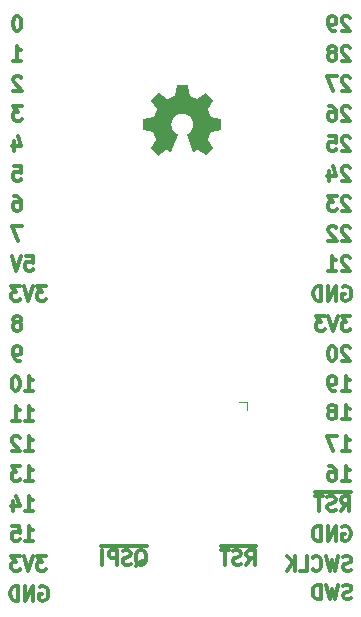
<source format=gbr>
%TF.GenerationSoftware,KiCad,Pcbnew,8.0.4*%
%TF.CreationDate,2024-11-26T16:04:15+06:30*%
%TF.ProjectId,RP2040_DevBoard,52503230-3430-45f4-9465-76426f617264,1.0*%
%TF.SameCoordinates,PX791ddc0PY791ddc0*%
%TF.FileFunction,Legend,Bot*%
%TF.FilePolarity,Positive*%
%FSLAX46Y46*%
G04 Gerber Fmt 4.6, Leading zero omitted, Abs format (unit mm)*
G04 Created by KiCad (PCBNEW 8.0.4) date 2024-11-26 16:04:15*
%MOMM*%
%LPD*%
G01*
G04 APERTURE LIST*
%ADD10C,0.000000*%
%ADD11C,0.300000*%
%ADD12C,0.120000*%
G04 APERTURE END LIST*
D10*
G36*
X18199906Y48108118D02*
G01*
X18201783Y48107978D01*
X18203652Y48107747D01*
X18205509Y48107429D01*
X18207351Y48107024D01*
X18209176Y48106536D01*
X18210981Y48105967D01*
X18212763Y48105319D01*
X18214518Y48104594D01*
X18216246Y48103795D01*
X18219603Y48101983D01*
X18222812Y48099901D01*
X18225850Y48097567D01*
X18228696Y48095001D01*
X18231326Y48092221D01*
X18233717Y48089244D01*
X18234817Y48087688D01*
X18235849Y48086090D01*
X18236810Y48084452D01*
X18237698Y48082777D01*
X18238509Y48081066D01*
X18239241Y48079323D01*
X18239891Y48077549D01*
X18240457Y48075747D01*
X18240935Y48073919D01*
X18241322Y48072067D01*
X18397719Y47231883D01*
X18398588Y47228158D01*
X18399786Y47224418D01*
X18401291Y47220689D01*
X18403082Y47216995D01*
X18405138Y47213360D01*
X18407437Y47209810D01*
X18409960Y47206369D01*
X18412684Y47203061D01*
X18415588Y47199912D01*
X18418651Y47196945D01*
X18421853Y47194185D01*
X18425172Y47191658D01*
X18428587Y47189387D01*
X18432077Y47187397D01*
X18435621Y47185714D01*
X18439198Y47184360D01*
X19002191Y46953864D01*
X19005691Y46952317D01*
X19009401Y46951024D01*
X19013289Y46949985D01*
X19017322Y46949197D01*
X19021469Y46948657D01*
X19025696Y46948363D01*
X19029971Y46948313D01*
X19034263Y46948504D01*
X19038537Y46948933D01*
X19042763Y46949599D01*
X19046908Y46950498D01*
X19050939Y46951629D01*
X19054824Y46952989D01*
X19058531Y46954575D01*
X19062026Y46956386D01*
X19065279Y46958418D01*
X19767033Y47440108D01*
X19768610Y47441139D01*
X19770235Y47442090D01*
X19771903Y47442960D01*
X19773611Y47443752D01*
X19775356Y47444464D01*
X19777134Y47445097D01*
X19780774Y47446127D01*
X19784502Y47446846D01*
X19788289Y47447255D01*
X19792108Y47447358D01*
X19795927Y47447156D01*
X19799720Y47446652D01*
X19803457Y47445849D01*
X19807109Y47444750D01*
X19810647Y47443356D01*
X19814042Y47441671D01*
X19815677Y47440720D01*
X19817266Y47439697D01*
X19818805Y47438602D01*
X19820289Y47437436D01*
X19821717Y47436200D01*
X19823084Y47434892D01*
X20414143Y46843750D01*
X20415443Y46842376D01*
X20416672Y46840941D01*
X20417831Y46839449D01*
X20418918Y46837905D01*
X20419934Y46836310D01*
X20420878Y46834670D01*
X20421750Y46832987D01*
X20422549Y46831265D01*
X20423277Y46829508D01*
X20423931Y46827719D01*
X20425021Y46824060D01*
X20425816Y46820318D01*
X20426314Y46816521D01*
X20426513Y46812698D01*
X20426412Y46808877D01*
X20426007Y46805088D01*
X20425297Y46801359D01*
X20424827Y46799525D01*
X20424280Y46797718D01*
X20423655Y46795940D01*
X20422952Y46794195D01*
X20422172Y46792486D01*
X20421313Y46790818D01*
X20420376Y46789193D01*
X20419360Y46787616D01*
X19946197Y46097702D01*
X19944154Y46094438D01*
X19942341Y46090937D01*
X19940762Y46087232D01*
X19939417Y46083354D01*
X19938308Y46079335D01*
X19937437Y46075207D01*
X19936806Y46071000D01*
X19936417Y46066748D01*
X19936271Y46062481D01*
X19936371Y46058231D01*
X19936718Y46054029D01*
X19937314Y46049908D01*
X19938160Y46045900D01*
X19939260Y46042034D01*
X19940613Y46038345D01*
X19942223Y46034862D01*
X20191182Y45453986D01*
X20191854Y45452202D01*
X20192610Y45450424D01*
X20194363Y45446893D01*
X20196416Y45443414D01*
X20198744Y45440010D01*
X20201325Y45436700D01*
X20204131Y45433506D01*
X20207141Y45430451D01*
X20210328Y45427554D01*
X20213668Y45424838D01*
X20217137Y45422324D01*
X20220710Y45420033D01*
X20224364Y45417987D01*
X20228072Y45416206D01*
X20231811Y45414713D01*
X20233685Y45414080D01*
X20235557Y45413528D01*
X20237425Y45413057D01*
X20239284Y45412673D01*
X21051401Y45261575D01*
X21051318Y45261658D01*
X21053162Y45261263D01*
X21054983Y45260779D01*
X21056779Y45260208D01*
X21058547Y45259553D01*
X21060284Y45258816D01*
X21061989Y45258001D01*
X21063659Y45257111D01*
X21065292Y45256147D01*
X21066885Y45255113D01*
X21068437Y45254011D01*
X21069944Y45252845D01*
X21071405Y45251616D01*
X21072816Y45250328D01*
X21074177Y45248983D01*
X21075484Y45247584D01*
X21076735Y45246134D01*
X21077928Y45244636D01*
X21079061Y45243091D01*
X21080130Y45241504D01*
X21081135Y45239876D01*
X21082071Y45238211D01*
X21082938Y45236511D01*
X21083733Y45234779D01*
X21084453Y45233017D01*
X21085096Y45231228D01*
X21085660Y45229416D01*
X21086143Y45227582D01*
X21086541Y45225730D01*
X21086854Y45223862D01*
X21087078Y45221982D01*
X21087210Y45220090D01*
X21087250Y45218192D01*
X21087168Y44382148D01*
X21087121Y44380263D01*
X21086981Y44378384D01*
X21086750Y44376513D01*
X21086432Y44374653D01*
X21086027Y44372807D01*
X21085540Y44370978D01*
X21084971Y44369169D01*
X21084323Y44367382D01*
X21082800Y44363888D01*
X21080990Y44360518D01*
X21078910Y44357297D01*
X21076580Y44354246D01*
X21074019Y44351390D01*
X21071244Y44348751D01*
X21068274Y44346352D01*
X21066722Y44345249D01*
X21065128Y44344216D01*
X21063494Y44343253D01*
X21061824Y44342366D01*
X21060119Y44341555D01*
X21058381Y44340825D01*
X21056614Y44340178D01*
X21054818Y44339617D01*
X21052997Y44339145D01*
X21051153Y44338764D01*
X20258989Y44191310D01*
X20257123Y44190924D01*
X20255254Y44190453D01*
X20251515Y44189262D01*
X20247795Y44187760D01*
X20244120Y44185967D01*
X20240511Y44183906D01*
X20236993Y44181597D01*
X20233589Y44179063D01*
X20230322Y44176324D01*
X20227216Y44173404D01*
X20224295Y44170322D01*
X20221582Y44167102D01*
X20219101Y44163763D01*
X20216875Y44160329D01*
X20214927Y44156820D01*
X20213282Y44153258D01*
X20211963Y44149665D01*
X19964660Y43531698D01*
X19963142Y43528184D01*
X19961875Y43524464D01*
X19960857Y43520569D01*
X19960087Y43516531D01*
X19959562Y43512383D01*
X19959280Y43508156D01*
X19959238Y43503883D01*
X19959434Y43499595D01*
X19959866Y43495325D01*
X19960531Y43491104D01*
X19961428Y43486964D01*
X19962553Y43482938D01*
X19963905Y43479058D01*
X19965481Y43475355D01*
X19967279Y43471861D01*
X19969297Y43468610D01*
X20419276Y42812806D01*
X20420307Y42811221D01*
X20421258Y42809590D01*
X20422129Y42807915D01*
X20422920Y42806200D01*
X20423632Y42804449D01*
X20424265Y42802666D01*
X20425296Y42799016D01*
X20426014Y42795278D01*
X20426424Y42791482D01*
X20426526Y42787656D01*
X20426324Y42783828D01*
X20425820Y42780028D01*
X20425018Y42776283D01*
X20423918Y42772623D01*
X20422525Y42769076D01*
X20420840Y42765670D01*
X20419888Y42764030D01*
X20418865Y42762435D01*
X20417771Y42760890D01*
X20416605Y42759399D01*
X20415368Y42757964D01*
X20414060Y42756590D01*
X19822918Y42165447D01*
X19821559Y42164155D01*
X19820138Y42162932D01*
X19818660Y42161779D01*
X19817127Y42160696D01*
X19815544Y42159685D01*
X19813914Y42158744D01*
X19812241Y42157874D01*
X19810527Y42157076D01*
X19808778Y42156350D01*
X19806996Y42155696D01*
X19803349Y42154606D01*
X19799616Y42153809D01*
X19795824Y42153308D01*
X19792003Y42153104D01*
X19788182Y42153201D01*
X19784390Y42153600D01*
X19780655Y42154305D01*
X19778818Y42154773D01*
X19777006Y42155318D01*
X19775223Y42155941D01*
X19773473Y42156642D01*
X19771758Y42157421D01*
X19770083Y42158279D01*
X19768452Y42159215D01*
X19766867Y42160231D01*
X19122737Y42602429D01*
X19119506Y42604447D01*
X19116043Y42606216D01*
X19112379Y42607735D01*
X19108546Y42609004D01*
X19104577Y42610023D01*
X19100503Y42610790D01*
X19096355Y42611305D01*
X19092166Y42611567D01*
X19087967Y42611576D01*
X19083791Y42611331D01*
X19079668Y42610832D01*
X19075631Y42610078D01*
X19071711Y42609068D01*
X19067940Y42607802D01*
X19064351Y42606279D01*
X19060974Y42604499D01*
X18776911Y42452821D01*
X18775211Y42452016D01*
X18773497Y42451308D01*
X18771771Y42450696D01*
X18770038Y42450179D01*
X18768300Y42449756D01*
X18766559Y42449425D01*
X18764819Y42449186D01*
X18763083Y42449038D01*
X18761354Y42448979D01*
X18759634Y42449009D01*
X18757926Y42449126D01*
X18756235Y42449330D01*
X18754561Y42449620D01*
X18752910Y42449993D01*
X18751282Y42450451D01*
X18749682Y42450990D01*
X18748113Y42451611D01*
X18746576Y42452311D01*
X18745076Y42453092D01*
X18743615Y42453950D01*
X18742196Y42454885D01*
X18740822Y42455896D01*
X18739497Y42456982D01*
X18738222Y42458143D01*
X18737001Y42459376D01*
X18735837Y42460681D01*
X18734733Y42462056D01*
X18733692Y42463502D01*
X18732717Y42465016D01*
X18731810Y42466598D01*
X18730976Y42468246D01*
X18730216Y42469960D01*
X18144537Y43885637D01*
X18143861Y43887398D01*
X18143274Y43889186D01*
X18142775Y43890997D01*
X18142364Y43892828D01*
X18142039Y43894675D01*
X18141799Y43896536D01*
X18141570Y43900284D01*
X18141668Y43904044D01*
X18142084Y43907791D01*
X18142809Y43911496D01*
X18143834Y43915132D01*
X18145150Y43918674D01*
X18146748Y43922094D01*
X18148619Y43925365D01*
X18150755Y43928460D01*
X18153145Y43931352D01*
X18154433Y43932713D01*
X18155782Y43934014D01*
X18157190Y43935251D01*
X18158656Y43936420D01*
X18160179Y43937518D01*
X18161758Y43938542D01*
X18232877Y43982091D01*
X18237991Y43985361D01*
X18243452Y43989091D01*
X18249157Y43993200D01*
X18255004Y43997605D01*
X18260890Y44002223D01*
X18266711Y44006972D01*
X18272366Y44011770D01*
X18277751Y44016533D01*
X18324811Y44048754D01*
X18369725Y44083736D01*
X18412369Y44121359D01*
X18452620Y44161500D01*
X18490358Y44204038D01*
X18525457Y44248852D01*
X18557796Y44295819D01*
X18587252Y44344818D01*
X18613703Y44395728D01*
X18625762Y44421861D01*
X18637024Y44448426D01*
X18647474Y44475408D01*
X18657095Y44502791D01*
X18665873Y44530561D01*
X18673792Y44558702D01*
X18680836Y44587199D01*
X18686992Y44616037D01*
X18692242Y44645200D01*
X18696572Y44674674D01*
X18699967Y44704443D01*
X18702410Y44734491D01*
X18703888Y44764805D01*
X18704384Y44795368D01*
X18703181Y44842950D01*
X18699611Y44889907D01*
X18693732Y44936181D01*
X18685603Y44981715D01*
X18675280Y45026450D01*
X18662823Y45070327D01*
X18648290Y45113290D01*
X18631738Y45155279D01*
X18613226Y45196237D01*
X18592811Y45236105D01*
X18570552Y45274826D01*
X18546508Y45312341D01*
X18520735Y45348593D01*
X18493292Y45383522D01*
X18464238Y45417072D01*
X18433630Y45449184D01*
X18401526Y45479799D01*
X18367985Y45508861D01*
X18333064Y45536310D01*
X18296822Y45562089D01*
X18259317Y45586139D01*
X18220607Y45608403D01*
X18180749Y45628822D01*
X18139803Y45647339D01*
X18097825Y45663894D01*
X18054875Y45678431D01*
X18011011Y45690890D01*
X17966289Y45701215D01*
X17920769Y45709346D01*
X17874509Y45715226D01*
X17827567Y45718797D01*
X17780000Y45720000D01*
X17732433Y45718797D01*
X17685490Y45715226D01*
X17639230Y45709346D01*
X17593710Y45701215D01*
X17548989Y45690890D01*
X17505124Y45678431D01*
X17462174Y45663894D01*
X17420197Y45647339D01*
X17379250Y45628822D01*
X17339393Y45608403D01*
X17300683Y45586139D01*
X17263177Y45562089D01*
X17226935Y45536310D01*
X17192015Y45508861D01*
X17158473Y45479799D01*
X17126370Y45449184D01*
X17095761Y45417072D01*
X17066707Y45383522D01*
X17039264Y45348593D01*
X17013492Y45312341D01*
X16989447Y45274826D01*
X16967188Y45236105D01*
X16946774Y45196237D01*
X16928261Y45155279D01*
X16911709Y45113290D01*
X16897176Y45070327D01*
X16884719Y45026450D01*
X16874397Y44981715D01*
X16866267Y44936181D01*
X16860388Y44889907D01*
X16856818Y44842950D01*
X16855616Y44795368D01*
X16857589Y44734491D01*
X16863427Y44674674D01*
X16873008Y44616037D01*
X16886208Y44558702D01*
X16902904Y44502791D01*
X16922975Y44448426D01*
X16946297Y44395728D01*
X16972747Y44344818D01*
X17002203Y44295819D01*
X17034542Y44248852D01*
X17069642Y44204038D01*
X17107379Y44161500D01*
X17147631Y44121359D01*
X17190275Y44083736D01*
X17235188Y44048754D01*
X17282248Y44016533D01*
X17287657Y44011746D01*
X17293324Y44006937D01*
X17299150Y44002187D01*
X17305037Y43997574D01*
X17310884Y43993178D01*
X17316594Y43989080D01*
X17322067Y43985358D01*
X17327205Y43982091D01*
X17398324Y43938542D01*
X17399910Y43937518D01*
X17401440Y43936420D01*
X17402911Y43935251D01*
X17404324Y43934014D01*
X17405676Y43932713D01*
X17406968Y43931352D01*
X17408197Y43929933D01*
X17409362Y43928460D01*
X17410464Y43926936D01*
X17411500Y43925365D01*
X17412469Y43923750D01*
X17413371Y43922094D01*
X17414204Y43920401D01*
X17414967Y43918674D01*
X17415659Y43916917D01*
X17416280Y43915133D01*
X17416827Y43913324D01*
X17417300Y43911496D01*
X17417698Y43909650D01*
X17418020Y43907791D01*
X17418265Y43905921D01*
X17418431Y43904045D01*
X17418518Y43902164D01*
X17418524Y43900284D01*
X17418449Y43898407D01*
X17418291Y43896536D01*
X17418049Y43894675D01*
X17417722Y43892828D01*
X17417309Y43890997D01*
X17416810Y43889186D01*
X17416222Y43887398D01*
X17415545Y43885637D01*
X16829784Y42470043D01*
X16829024Y42468328D01*
X16828188Y42466678D01*
X16827281Y42465094D01*
X16826304Y42463578D01*
X16825261Y42462129D01*
X16824155Y42460749D01*
X16822989Y42459440D01*
X16821766Y42458202D01*
X16820489Y42457037D01*
X16819161Y42455946D01*
X16817784Y42454929D01*
X16816363Y42453989D01*
X16814899Y42453126D01*
X16813397Y42452341D01*
X16811858Y42451636D01*
X16810286Y42451011D01*
X16808684Y42450468D01*
X16807056Y42450008D01*
X16805403Y42449632D01*
X16803728Y42449341D01*
X16802036Y42449136D01*
X16800329Y42449019D01*
X16798610Y42448990D01*
X16796882Y42449051D01*
X16795147Y42449203D01*
X16793410Y42449447D01*
X16791672Y42449783D01*
X16789938Y42450215D01*
X16788209Y42450741D01*
X16786489Y42451364D01*
X16784781Y42452085D01*
X16783089Y42452904D01*
X16499026Y42604581D01*
X16495664Y42606347D01*
X16492087Y42607857D01*
X16488327Y42609112D01*
X16484416Y42610113D01*
X16480385Y42610859D01*
X16476267Y42611351D01*
X16472093Y42611591D01*
X16467896Y42611577D01*
X16463706Y42611312D01*
X16459555Y42610794D01*
X16455476Y42610025D01*
X16451500Y42609006D01*
X16447659Y42607736D01*
X16443984Y42606216D01*
X16440508Y42604447D01*
X16437262Y42602429D01*
X15793133Y42160231D01*
X15791548Y42159208D01*
X15789916Y42158264D01*
X15788241Y42157400D01*
X15786527Y42156615D01*
X15784776Y42155908D01*
X15782993Y42155280D01*
X15779344Y42154259D01*
X15775607Y42153547D01*
X15771813Y42153142D01*
X15767990Y42153043D01*
X15764165Y42153246D01*
X15760369Y42153748D01*
X15756630Y42154548D01*
X15752976Y42155643D01*
X15749437Y42157029D01*
X15746041Y42158706D01*
X15744406Y42159652D01*
X15742817Y42160669D01*
X15741278Y42161758D01*
X15739793Y42162917D01*
X15738366Y42164147D01*
X15736999Y42165447D01*
X15145857Y42756590D01*
X15144557Y42757964D01*
X15143327Y42759399D01*
X15142167Y42760890D01*
X15141079Y42762435D01*
X15140061Y42764030D01*
X15139115Y42765670D01*
X15138241Y42767354D01*
X15137439Y42769076D01*
X15136709Y42770834D01*
X15136052Y42772623D01*
X15134958Y42776283D01*
X15134158Y42780028D01*
X15133655Y42783829D01*
X15133452Y42787656D01*
X15133552Y42791483D01*
X15133956Y42795279D01*
X15134273Y42797156D01*
X15134668Y42799016D01*
X15135140Y42800854D01*
X15135690Y42802666D01*
X15136318Y42804449D01*
X15137024Y42806200D01*
X15137809Y42807915D01*
X15138674Y42809590D01*
X15139617Y42811221D01*
X15140641Y42812806D01*
X15590621Y43468693D01*
X15592653Y43471931D01*
X15594464Y43475414D01*
X15596051Y43479110D01*
X15597411Y43482986D01*
X15598543Y43487010D01*
X15599445Y43491150D01*
X15600113Y43495373D01*
X15600546Y43499647D01*
X15600741Y43503939D01*
X15600696Y43508217D01*
X15600409Y43512449D01*
X15599877Y43516602D01*
X15599098Y43520645D01*
X15598070Y43524543D01*
X15596791Y43528266D01*
X15595257Y43531781D01*
X15347954Y44149748D01*
X15347344Y44151547D01*
X15346648Y44153342D01*
X15345869Y44155129D01*
X15345010Y44156906D01*
X15343066Y44160419D01*
X15340839Y44163858D01*
X15338355Y44167201D01*
X15335636Y44170427D01*
X15332708Y44173513D01*
X15329595Y44176438D01*
X15326321Y44179180D01*
X15322910Y44181716D01*
X15319386Y44184025D01*
X15315774Y44186085D01*
X15312098Y44187873D01*
X15308382Y44189369D01*
X15306517Y44190000D01*
X15304651Y44190549D01*
X15302787Y44191014D01*
X15300928Y44191393D01*
X14508764Y44338847D01*
X14506920Y44339235D01*
X14505099Y44339713D01*
X14503303Y44340278D01*
X14501536Y44340929D01*
X14499798Y44341661D01*
X14498093Y44342472D01*
X14496422Y44343360D01*
X14494789Y44344322D01*
X14493195Y44345354D01*
X14491643Y44346454D01*
X14490135Y44347620D01*
X14488673Y44348848D01*
X14487260Y44350136D01*
X14485898Y44351481D01*
X14484590Y44352879D01*
X14483337Y44354329D01*
X14482142Y44355828D01*
X14481007Y44357372D01*
X14479935Y44358959D01*
X14478927Y44360587D01*
X14477987Y44362251D01*
X14477117Y44363951D01*
X14476318Y44365682D01*
X14475594Y44367442D01*
X14474946Y44369228D01*
X14474377Y44371037D01*
X14473890Y44372868D01*
X14473485Y44374716D01*
X14473167Y44376579D01*
X14472936Y44378454D01*
X14472797Y44380339D01*
X14472749Y44382231D01*
X14472749Y45218275D01*
X14472796Y45220159D01*
X14472936Y45222036D01*
X14473165Y45223905D01*
X14473482Y45225762D01*
X14473885Y45227605D01*
X14474370Y45229430D01*
X14474937Y45231235D01*
X14475583Y45233017D01*
X14476304Y45234773D01*
X14477100Y45236501D01*
X14478906Y45239860D01*
X14480980Y45243072D01*
X14483306Y45246114D01*
X14485864Y45248963D01*
X14488637Y45251599D01*
X14491606Y45253997D01*
X14493159Y45255101D01*
X14494754Y45256137D01*
X14496389Y45257102D01*
X14498062Y45257995D01*
X14499770Y45258812D01*
X14501512Y45259549D01*
X14503284Y45260206D01*
X14505085Y45260778D01*
X14506913Y45261263D01*
X14508764Y45261658D01*
X15320881Y45412755D01*
X15324622Y45413624D01*
X15328378Y45414819D01*
X15332124Y45416320D01*
X15335836Y45418105D01*
X15339489Y45420153D01*
X15343061Y45422444D01*
X15346525Y45424956D01*
X15349859Y45427668D01*
X15353037Y45430561D01*
X15356036Y45433611D01*
X15358831Y45436799D01*
X15361398Y45440104D01*
X15363713Y45443504D01*
X15365751Y45446979D01*
X15367489Y45450508D01*
X15368901Y45454069D01*
X15617860Y46034945D01*
X15619469Y46038427D01*
X15620820Y46042117D01*
X15621916Y46045982D01*
X15622759Y46049991D01*
X15623351Y46054112D01*
X15623694Y46058313D01*
X15623791Y46062563D01*
X15623645Y46066830D01*
X15623257Y46071083D01*
X15622629Y46075289D01*
X15621765Y46079418D01*
X15620666Y46083437D01*
X15619334Y46087315D01*
X15617773Y46091020D01*
X15615983Y46094520D01*
X15613968Y46097785D01*
X15140723Y46787616D01*
X15139693Y46789193D01*
X15138743Y46790818D01*
X15137873Y46792486D01*
X15137083Y46794195D01*
X15136373Y46795940D01*
X15135742Y46797718D01*
X15134716Y46801359D01*
X15134002Y46805088D01*
X15133598Y46808877D01*
X15133501Y46812698D01*
X15133707Y46816521D01*
X15134214Y46820318D01*
X15135019Y46824060D01*
X15136118Y46827719D01*
X15137510Y46831265D01*
X15139191Y46834670D01*
X15140139Y46836310D01*
X15141158Y46837905D01*
X15142248Y46839449D01*
X15143409Y46840941D01*
X15144639Y46842376D01*
X15145939Y46843750D01*
X15736999Y47434892D01*
X15738366Y47436192D01*
X15739793Y47437422D01*
X15741278Y47438581D01*
X15742817Y47439670D01*
X15744406Y47440687D01*
X15746041Y47441633D01*
X15747720Y47442508D01*
X15749437Y47443310D01*
X15751191Y47444040D01*
X15752976Y47444697D01*
X15756630Y47445791D01*
X15760369Y47446591D01*
X15764165Y47447094D01*
X15767990Y47447297D01*
X15771813Y47447197D01*
X15775607Y47446793D01*
X15777485Y47446475D01*
X15779344Y47446081D01*
X15781181Y47445609D01*
X15782993Y47445059D01*
X15784776Y47444431D01*
X15786527Y47443725D01*
X15788241Y47442939D01*
X15789916Y47442075D01*
X15791548Y47441131D01*
X15793133Y47440108D01*
X16494886Y46958418D01*
X16498124Y46956387D01*
X16501608Y46954579D01*
X16505303Y46952996D01*
X16509180Y46951641D01*
X16513204Y46950515D01*
X16517344Y46949621D01*
X16521567Y46948960D01*
X16525841Y46948535D01*
X16530133Y46948347D01*
X16534411Y46948400D01*
X16538643Y46948694D01*
X16542796Y46949232D01*
X16546838Y46950016D01*
X16550737Y46951048D01*
X16554460Y46952330D01*
X16557974Y46953865D01*
X17121050Y47184360D01*
X17122841Y47184994D01*
X17124626Y47185714D01*
X17126404Y47186516D01*
X17128170Y47187397D01*
X17131660Y47189387D01*
X17135075Y47191658D01*
X17138395Y47194185D01*
X17141596Y47196945D01*
X17144660Y47199912D01*
X17147564Y47203061D01*
X17150288Y47206369D01*
X17152810Y47209810D01*
X17155110Y47213361D01*
X17157166Y47216995D01*
X17158957Y47220689D01*
X17160462Y47224418D01*
X17161660Y47228158D01*
X17162137Y47230024D01*
X17162529Y47231884D01*
X17318843Y48072150D01*
X17319230Y48073994D01*
X17319708Y48075815D01*
X17320274Y48077611D01*
X17320924Y48079379D01*
X17321656Y48081116D01*
X17322467Y48082821D01*
X17323355Y48084492D01*
X17324316Y48086125D01*
X17325348Y48087719D01*
X17326447Y48089271D01*
X17327612Y48090779D01*
X17328839Y48092241D01*
X17330126Y48093654D01*
X17331469Y48095016D01*
X17332866Y48096325D01*
X17334314Y48097578D01*
X17335811Y48098773D01*
X17337353Y48099908D01*
X17338937Y48100980D01*
X17340562Y48101987D01*
X17342223Y48102927D01*
X17343919Y48103797D01*
X17345646Y48104596D01*
X17347402Y48105320D01*
X17349184Y48105968D01*
X17350989Y48106537D01*
X17352813Y48107025D01*
X17354656Y48107429D01*
X17356513Y48107747D01*
X17358382Y48107978D01*
X17360259Y48108118D01*
X17362143Y48108165D01*
X18198022Y48108165D01*
X18199906Y48108118D01*
G37*
D11*
X3574632Y43380458D02*
X3574632Y42580458D01*
X3860346Y43837600D02*
X4146060Y42980458D01*
X4146060Y42980458D02*
X3403203Y42980458D01*
X4476346Y17180458D02*
X5162060Y17180458D01*
X4819203Y17180458D02*
X4819203Y18380458D01*
X4819203Y18380458D02*
X4933489Y18209029D01*
X4933489Y18209029D02*
X5047774Y18094743D01*
X5047774Y18094743D02*
X5162060Y18037600D01*
X4019203Y18266172D02*
X3962060Y18323315D01*
X3962060Y18323315D02*
X3847775Y18380458D01*
X3847775Y18380458D02*
X3562060Y18380458D01*
X3562060Y18380458D02*
X3447775Y18323315D01*
X3447775Y18323315D02*
X3390632Y18266172D01*
X3390632Y18266172D02*
X3333489Y18151886D01*
X3333489Y18151886D02*
X3333489Y18037600D01*
X3333489Y18037600D02*
X3390632Y17866172D01*
X3390632Y17866172D02*
X4076346Y17180458D01*
X4076346Y17180458D02*
X3333489Y17180458D01*
X4146060Y48746172D02*
X4088917Y48803315D01*
X4088917Y48803315D02*
X3974632Y48860458D01*
X3974632Y48860458D02*
X3688917Y48860458D01*
X3688917Y48860458D02*
X3574632Y48803315D01*
X3574632Y48803315D02*
X3517489Y48746172D01*
X3517489Y48746172D02*
X3460346Y48631886D01*
X3460346Y48631886D02*
X3460346Y48517600D01*
X3460346Y48517600D02*
X3517489Y48346172D01*
X3517489Y48346172D02*
X4203203Y47660458D01*
X4203203Y47660458D02*
X3460346Y47660458D01*
X31273346Y17180458D02*
X31959060Y17180458D01*
X31616203Y17180458D02*
X31616203Y18380458D01*
X31616203Y18380458D02*
X31730489Y18209029D01*
X31730489Y18209029D02*
X31844774Y18094743D01*
X31844774Y18094743D02*
X31959060Y18037600D01*
X30873346Y18380458D02*
X30073346Y18380458D01*
X30073346Y18380458D02*
X30587632Y17180458D01*
X4476346Y14640458D02*
X5162060Y14640458D01*
X4819203Y14640458D02*
X4819203Y15840458D01*
X4819203Y15840458D02*
X4933489Y15669029D01*
X4933489Y15669029D02*
X5047774Y15554743D01*
X5047774Y15554743D02*
X5162060Y15497600D01*
X4076346Y15840458D02*
X3333489Y15840458D01*
X3333489Y15840458D02*
X3733489Y15383315D01*
X3733489Y15383315D02*
X3562060Y15383315D01*
X3562060Y15383315D02*
X3447775Y15326172D01*
X3447775Y15326172D02*
X3390632Y15269029D01*
X3390632Y15269029D02*
X3333489Y15154743D01*
X3333489Y15154743D02*
X3333489Y14869029D01*
X3333489Y14869029D02*
X3390632Y14754743D01*
X3390632Y14754743D02*
X3447775Y14697600D01*
X3447775Y14697600D02*
X3562060Y14640458D01*
X3562060Y14640458D02*
X3904917Y14640458D01*
X3904917Y14640458D02*
X4019203Y14697600D01*
X4019203Y14697600D02*
X4076346Y14754743D01*
X3517489Y41240458D02*
X4088917Y41240458D01*
X4088917Y41240458D02*
X4146060Y40669029D01*
X4146060Y40669029D02*
X4088917Y40726172D01*
X4088917Y40726172D02*
X3974632Y40783315D01*
X3974632Y40783315D02*
X3688917Y40783315D01*
X3688917Y40783315D02*
X3574632Y40726172D01*
X3574632Y40726172D02*
X3517489Y40669029D01*
X3517489Y40669029D02*
X3460346Y40554743D01*
X3460346Y40554743D02*
X3460346Y40269029D01*
X3460346Y40269029D02*
X3517489Y40154743D01*
X3517489Y40154743D02*
X3574632Y40097600D01*
X3574632Y40097600D02*
X3688917Y40040458D01*
X3688917Y40040458D02*
X3974632Y40040458D01*
X3974632Y40040458D02*
X4088917Y40097600D01*
X4088917Y40097600D02*
X4146060Y40154743D01*
X4476346Y12100458D02*
X5162060Y12100458D01*
X4819203Y12100458D02*
X4819203Y13300458D01*
X4819203Y13300458D02*
X4933489Y13129029D01*
X4933489Y13129029D02*
X5047774Y13014743D01*
X5047774Y13014743D02*
X5162060Y12957600D01*
X3447775Y12900458D02*
X3447775Y12100458D01*
X3733489Y13357600D02*
X4019203Y12500458D01*
X4019203Y12500458D02*
X3276346Y12500458D01*
X5746346Y5623315D02*
X5860632Y5680458D01*
X5860632Y5680458D02*
X6032060Y5680458D01*
X6032060Y5680458D02*
X6203489Y5623315D01*
X6203489Y5623315D02*
X6317774Y5509029D01*
X6317774Y5509029D02*
X6374917Y5394743D01*
X6374917Y5394743D02*
X6432060Y5166172D01*
X6432060Y5166172D02*
X6432060Y4994743D01*
X6432060Y4994743D02*
X6374917Y4766172D01*
X6374917Y4766172D02*
X6317774Y4651886D01*
X6317774Y4651886D02*
X6203489Y4537600D01*
X6203489Y4537600D02*
X6032060Y4480458D01*
X6032060Y4480458D02*
X5917774Y4480458D01*
X5917774Y4480458D02*
X5746346Y4537600D01*
X5746346Y4537600D02*
X5689203Y4594743D01*
X5689203Y4594743D02*
X5689203Y4994743D01*
X5689203Y4994743D02*
X5917774Y4994743D01*
X5174917Y4480458D02*
X5174917Y5680458D01*
X5174917Y5680458D02*
X4489203Y4480458D01*
X4489203Y4480458D02*
X4489203Y5680458D01*
X3917774Y4480458D02*
X3917774Y5680458D01*
X3917774Y5680458D02*
X3632060Y5680458D01*
X3632060Y5680458D02*
X3460631Y5623315D01*
X3460631Y5623315D02*
X3346346Y5509029D01*
X3346346Y5509029D02*
X3289203Y5394743D01*
X3289203Y5394743D02*
X3232060Y5166172D01*
X3232060Y5166172D02*
X3232060Y4994743D01*
X3232060Y4994743D02*
X3289203Y4766172D01*
X3289203Y4766172D02*
X3346346Y4651886D01*
X3346346Y4651886D02*
X3460631Y4537600D01*
X3460631Y4537600D02*
X3632060Y4480458D01*
X3632060Y4480458D02*
X3917774Y4480458D01*
X31273346Y22260458D02*
X31959060Y22260458D01*
X31616203Y22260458D02*
X31616203Y23460458D01*
X31616203Y23460458D02*
X31730489Y23289029D01*
X31730489Y23289029D02*
X31844774Y23174743D01*
X31844774Y23174743D02*
X31959060Y23117600D01*
X30701917Y22260458D02*
X30473346Y22260458D01*
X30473346Y22260458D02*
X30359060Y22317600D01*
X30359060Y22317600D02*
X30301917Y22374743D01*
X30301917Y22374743D02*
X30187632Y22546172D01*
X30187632Y22546172D02*
X30130489Y22774743D01*
X30130489Y22774743D02*
X30130489Y23231886D01*
X30130489Y23231886D02*
X30187632Y23346172D01*
X30187632Y23346172D02*
X30244775Y23403315D01*
X30244775Y23403315D02*
X30359060Y23460458D01*
X30359060Y23460458D02*
X30587632Y23460458D01*
X30587632Y23460458D02*
X30701917Y23403315D01*
X30701917Y23403315D02*
X30759060Y23346172D01*
X30759060Y23346172D02*
X30816203Y23231886D01*
X30816203Y23231886D02*
X30816203Y22946172D01*
X30816203Y22946172D02*
X30759060Y22831886D01*
X30759060Y22831886D02*
X30701917Y22774743D01*
X30701917Y22774743D02*
X30587632Y22717600D01*
X30587632Y22717600D02*
X30359060Y22717600D01*
X30359060Y22717600D02*
X30244775Y22774743D01*
X30244775Y22774743D02*
X30187632Y22831886D01*
X30187632Y22831886D02*
X30130489Y22946172D01*
X6235203Y8220458D02*
X5492346Y8220458D01*
X5492346Y8220458D02*
X5892346Y7763315D01*
X5892346Y7763315D02*
X5720917Y7763315D01*
X5720917Y7763315D02*
X5606632Y7706172D01*
X5606632Y7706172D02*
X5549489Y7649029D01*
X5549489Y7649029D02*
X5492346Y7534743D01*
X5492346Y7534743D02*
X5492346Y7249029D01*
X5492346Y7249029D02*
X5549489Y7134743D01*
X5549489Y7134743D02*
X5606632Y7077600D01*
X5606632Y7077600D02*
X5720917Y7020458D01*
X5720917Y7020458D02*
X6063774Y7020458D01*
X6063774Y7020458D02*
X6178060Y7077600D01*
X6178060Y7077600D02*
X6235203Y7134743D01*
X5149489Y8220458D02*
X4749489Y7020458D01*
X4749489Y7020458D02*
X4349489Y8220458D01*
X4063775Y8220458D02*
X3320918Y8220458D01*
X3320918Y8220458D02*
X3720918Y7763315D01*
X3720918Y7763315D02*
X3549489Y7763315D01*
X3549489Y7763315D02*
X3435204Y7706172D01*
X3435204Y7706172D02*
X3378061Y7649029D01*
X3378061Y7649029D02*
X3320918Y7534743D01*
X3320918Y7534743D02*
X3320918Y7249029D01*
X3320918Y7249029D02*
X3378061Y7134743D01*
X3378061Y7134743D02*
X3435204Y7077600D01*
X3435204Y7077600D02*
X3549489Y7020458D01*
X3549489Y7020458D02*
X3892346Y7020458D01*
X3892346Y7020458D02*
X4006632Y7077600D01*
X4006632Y7077600D02*
X4063775Y7134743D01*
X31400346Y31023315D02*
X31514632Y31080458D01*
X31514632Y31080458D02*
X31686060Y31080458D01*
X31686060Y31080458D02*
X31857489Y31023315D01*
X31857489Y31023315D02*
X31971774Y30909029D01*
X31971774Y30909029D02*
X32028917Y30794743D01*
X32028917Y30794743D02*
X32086060Y30566172D01*
X32086060Y30566172D02*
X32086060Y30394743D01*
X32086060Y30394743D02*
X32028917Y30166172D01*
X32028917Y30166172D02*
X31971774Y30051886D01*
X31971774Y30051886D02*
X31857489Y29937600D01*
X31857489Y29937600D02*
X31686060Y29880458D01*
X31686060Y29880458D02*
X31571774Y29880458D01*
X31571774Y29880458D02*
X31400346Y29937600D01*
X31400346Y29937600D02*
X31343203Y29994743D01*
X31343203Y29994743D02*
X31343203Y30394743D01*
X31343203Y30394743D02*
X31571774Y30394743D01*
X30828917Y29880458D02*
X30828917Y31080458D01*
X30828917Y31080458D02*
X30143203Y29880458D01*
X30143203Y29880458D02*
X30143203Y31080458D01*
X29571774Y29880458D02*
X29571774Y31080458D01*
X29571774Y31080458D02*
X29286060Y31080458D01*
X29286060Y31080458D02*
X29114631Y31023315D01*
X29114631Y31023315D02*
X29000346Y30909029D01*
X29000346Y30909029D02*
X28943203Y30794743D01*
X28943203Y30794743D02*
X28886060Y30566172D01*
X28886060Y30566172D02*
X28886060Y30394743D01*
X28886060Y30394743D02*
X28943203Y30166172D01*
X28943203Y30166172D02*
X29000346Y30051886D01*
X29000346Y30051886D02*
X29114631Y29937600D01*
X29114631Y29937600D02*
X29286060Y29880458D01*
X29286060Y29880458D02*
X29571774Y29880458D01*
X4476346Y22260458D02*
X5162060Y22260458D01*
X4819203Y22260458D02*
X4819203Y23460458D01*
X4819203Y23460458D02*
X4933489Y23289029D01*
X4933489Y23289029D02*
X5047774Y23174743D01*
X5047774Y23174743D02*
X5162060Y23117600D01*
X3733489Y23460458D02*
X3619203Y23460458D01*
X3619203Y23460458D02*
X3504917Y23403315D01*
X3504917Y23403315D02*
X3447775Y23346172D01*
X3447775Y23346172D02*
X3390632Y23231886D01*
X3390632Y23231886D02*
X3333489Y23003315D01*
X3333489Y23003315D02*
X3333489Y22717600D01*
X3333489Y22717600D02*
X3390632Y22489029D01*
X3390632Y22489029D02*
X3447775Y22374743D01*
X3447775Y22374743D02*
X3504917Y22317600D01*
X3504917Y22317600D02*
X3619203Y22260458D01*
X3619203Y22260458D02*
X3733489Y22260458D01*
X3733489Y22260458D02*
X3847775Y22317600D01*
X3847775Y22317600D02*
X3904917Y22374743D01*
X3904917Y22374743D02*
X3962060Y22489029D01*
X3962060Y22489029D02*
X4019203Y22717600D01*
X4019203Y22717600D02*
X4019203Y23003315D01*
X4019203Y23003315D02*
X3962060Y23231886D01*
X3962060Y23231886D02*
X3904917Y23346172D01*
X3904917Y23346172D02*
X3847775Y23403315D01*
X3847775Y23403315D02*
X3733489Y23460458D01*
X31959060Y48746172D02*
X31901917Y48803315D01*
X31901917Y48803315D02*
X31787632Y48860458D01*
X31787632Y48860458D02*
X31501917Y48860458D01*
X31501917Y48860458D02*
X31387632Y48803315D01*
X31387632Y48803315D02*
X31330489Y48746172D01*
X31330489Y48746172D02*
X31273346Y48631886D01*
X31273346Y48631886D02*
X31273346Y48517600D01*
X31273346Y48517600D02*
X31330489Y48346172D01*
X31330489Y48346172D02*
X32016203Y47660458D01*
X32016203Y47660458D02*
X31273346Y47660458D01*
X30873346Y48860458D02*
X30073346Y48860458D01*
X30073346Y48860458D02*
X30587632Y47660458D01*
X31959060Y51286172D02*
X31901917Y51343315D01*
X31901917Y51343315D02*
X31787632Y51400458D01*
X31787632Y51400458D02*
X31501917Y51400458D01*
X31501917Y51400458D02*
X31387632Y51343315D01*
X31387632Y51343315D02*
X31330489Y51286172D01*
X31330489Y51286172D02*
X31273346Y51171886D01*
X31273346Y51171886D02*
X31273346Y51057600D01*
X31273346Y51057600D02*
X31330489Y50886172D01*
X31330489Y50886172D02*
X32016203Y50200458D01*
X32016203Y50200458D02*
X31273346Y50200458D01*
X30587632Y50886172D02*
X30701917Y50943315D01*
X30701917Y50943315D02*
X30759060Y51000458D01*
X30759060Y51000458D02*
X30816203Y51114743D01*
X30816203Y51114743D02*
X30816203Y51171886D01*
X30816203Y51171886D02*
X30759060Y51286172D01*
X30759060Y51286172D02*
X30701917Y51343315D01*
X30701917Y51343315D02*
X30587632Y51400458D01*
X30587632Y51400458D02*
X30359060Y51400458D01*
X30359060Y51400458D02*
X30244775Y51343315D01*
X30244775Y51343315D02*
X30187632Y51286172D01*
X30187632Y51286172D02*
X30130489Y51171886D01*
X30130489Y51171886D02*
X30130489Y51114743D01*
X30130489Y51114743D02*
X30187632Y51000458D01*
X30187632Y51000458D02*
X30244775Y50943315D01*
X30244775Y50943315D02*
X30359060Y50886172D01*
X30359060Y50886172D02*
X30587632Y50886172D01*
X30587632Y50886172D02*
X30701917Y50829029D01*
X30701917Y50829029D02*
X30759060Y50771886D01*
X30759060Y50771886D02*
X30816203Y50657600D01*
X30816203Y50657600D02*
X30816203Y50429029D01*
X30816203Y50429029D02*
X30759060Y50314743D01*
X30759060Y50314743D02*
X30701917Y50257600D01*
X30701917Y50257600D02*
X30587632Y50200458D01*
X30587632Y50200458D02*
X30359060Y50200458D01*
X30359060Y50200458D02*
X30244775Y50257600D01*
X30244775Y50257600D02*
X30187632Y50314743D01*
X30187632Y50314743D02*
X30130489Y50429029D01*
X30130489Y50429029D02*
X30130489Y50657600D01*
X30130489Y50657600D02*
X30187632Y50771886D01*
X30187632Y50771886D02*
X30244775Y50829029D01*
X30244775Y50829029D02*
X30359060Y50886172D01*
X31959060Y46206172D02*
X31901917Y46263315D01*
X31901917Y46263315D02*
X31787632Y46320458D01*
X31787632Y46320458D02*
X31501917Y46320458D01*
X31501917Y46320458D02*
X31387632Y46263315D01*
X31387632Y46263315D02*
X31330489Y46206172D01*
X31330489Y46206172D02*
X31273346Y46091886D01*
X31273346Y46091886D02*
X31273346Y45977600D01*
X31273346Y45977600D02*
X31330489Y45806172D01*
X31330489Y45806172D02*
X32016203Y45120458D01*
X32016203Y45120458D02*
X31273346Y45120458D01*
X30244775Y46320458D02*
X30473346Y46320458D01*
X30473346Y46320458D02*
X30587632Y46263315D01*
X30587632Y46263315D02*
X30644775Y46206172D01*
X30644775Y46206172D02*
X30759060Y46034743D01*
X30759060Y46034743D02*
X30816203Y45806172D01*
X30816203Y45806172D02*
X30816203Y45349029D01*
X30816203Y45349029D02*
X30759060Y45234743D01*
X30759060Y45234743D02*
X30701917Y45177600D01*
X30701917Y45177600D02*
X30587632Y45120458D01*
X30587632Y45120458D02*
X30359060Y45120458D01*
X30359060Y45120458D02*
X30244775Y45177600D01*
X30244775Y45177600D02*
X30187632Y45234743D01*
X30187632Y45234743D02*
X30130489Y45349029D01*
X30130489Y45349029D02*
X30130489Y45634743D01*
X30130489Y45634743D02*
X30187632Y45749029D01*
X30187632Y45749029D02*
X30244775Y45806172D01*
X30244775Y45806172D02*
X30359060Y45863315D01*
X30359060Y45863315D02*
X30587632Y45863315D01*
X30587632Y45863315D02*
X30701917Y45806172D01*
X30701917Y45806172D02*
X30759060Y45749029D01*
X30759060Y45749029D02*
X30816203Y45634743D01*
X31216203Y12100458D02*
X31616203Y12671886D01*
X31901917Y12100458D02*
X31901917Y13300458D01*
X31901917Y13300458D02*
X31444774Y13300458D01*
X31444774Y13300458D02*
X31330489Y13243315D01*
X31330489Y13243315D02*
X31273346Y13186172D01*
X31273346Y13186172D02*
X31216203Y13071886D01*
X31216203Y13071886D02*
X31216203Y12900458D01*
X31216203Y12900458D02*
X31273346Y12786172D01*
X31273346Y12786172D02*
X31330489Y12729029D01*
X31330489Y12729029D02*
X31444774Y12671886D01*
X31444774Y12671886D02*
X31901917Y12671886D01*
X30759060Y12157600D02*
X30587632Y12100458D01*
X30587632Y12100458D02*
X30301917Y12100458D01*
X30301917Y12100458D02*
X30187632Y12157600D01*
X30187632Y12157600D02*
X30130489Y12214743D01*
X30130489Y12214743D02*
X30073346Y12329029D01*
X30073346Y12329029D02*
X30073346Y12443315D01*
X30073346Y12443315D02*
X30130489Y12557600D01*
X30130489Y12557600D02*
X30187632Y12614743D01*
X30187632Y12614743D02*
X30301917Y12671886D01*
X30301917Y12671886D02*
X30530489Y12729029D01*
X30530489Y12729029D02*
X30644774Y12786172D01*
X30644774Y12786172D02*
X30701917Y12843315D01*
X30701917Y12843315D02*
X30759060Y12957600D01*
X30759060Y12957600D02*
X30759060Y13071886D01*
X30759060Y13071886D02*
X30701917Y13186172D01*
X30701917Y13186172D02*
X30644774Y13243315D01*
X30644774Y13243315D02*
X30530489Y13300458D01*
X30530489Y13300458D02*
X30244774Y13300458D01*
X30244774Y13300458D02*
X30073346Y13243315D01*
X29730489Y13300458D02*
X29044775Y13300458D01*
X29387632Y12100458D02*
X29387632Y13300458D01*
X32067632Y13633600D02*
X29050489Y13633600D01*
X31273346Y14640458D02*
X31959060Y14640458D01*
X31616203Y14640458D02*
X31616203Y15840458D01*
X31616203Y15840458D02*
X31730489Y15669029D01*
X31730489Y15669029D02*
X31844774Y15554743D01*
X31844774Y15554743D02*
X31959060Y15497600D01*
X30244775Y15840458D02*
X30473346Y15840458D01*
X30473346Y15840458D02*
X30587632Y15783315D01*
X30587632Y15783315D02*
X30644775Y15726172D01*
X30644775Y15726172D02*
X30759060Y15554743D01*
X30759060Y15554743D02*
X30816203Y15326172D01*
X30816203Y15326172D02*
X30816203Y14869029D01*
X30816203Y14869029D02*
X30759060Y14754743D01*
X30759060Y14754743D02*
X30701917Y14697600D01*
X30701917Y14697600D02*
X30587632Y14640458D01*
X30587632Y14640458D02*
X30359060Y14640458D01*
X30359060Y14640458D02*
X30244775Y14697600D01*
X30244775Y14697600D02*
X30187632Y14754743D01*
X30187632Y14754743D02*
X30130489Y14869029D01*
X30130489Y14869029D02*
X30130489Y15154743D01*
X30130489Y15154743D02*
X30187632Y15269029D01*
X30187632Y15269029D02*
X30244775Y15326172D01*
X30244775Y15326172D02*
X30359060Y15383315D01*
X30359060Y15383315D02*
X30587632Y15383315D01*
X30587632Y15383315D02*
X30701917Y15326172D01*
X30701917Y15326172D02*
X30759060Y15269029D01*
X30759060Y15269029D02*
X30816203Y15154743D01*
X6235203Y31080458D02*
X5492346Y31080458D01*
X5492346Y31080458D02*
X5892346Y30623315D01*
X5892346Y30623315D02*
X5720917Y30623315D01*
X5720917Y30623315D02*
X5606632Y30566172D01*
X5606632Y30566172D02*
X5549489Y30509029D01*
X5549489Y30509029D02*
X5492346Y30394743D01*
X5492346Y30394743D02*
X5492346Y30109029D01*
X5492346Y30109029D02*
X5549489Y29994743D01*
X5549489Y29994743D02*
X5606632Y29937600D01*
X5606632Y29937600D02*
X5720917Y29880458D01*
X5720917Y29880458D02*
X6063774Y29880458D01*
X6063774Y29880458D02*
X6178060Y29937600D01*
X6178060Y29937600D02*
X6235203Y29994743D01*
X5149489Y31080458D02*
X4749489Y29880458D01*
X4749489Y29880458D02*
X4349489Y31080458D01*
X4063775Y31080458D02*
X3320918Y31080458D01*
X3320918Y31080458D02*
X3720918Y30623315D01*
X3720918Y30623315D02*
X3549489Y30623315D01*
X3549489Y30623315D02*
X3435204Y30566172D01*
X3435204Y30566172D02*
X3378061Y30509029D01*
X3378061Y30509029D02*
X3320918Y30394743D01*
X3320918Y30394743D02*
X3320918Y30109029D01*
X3320918Y30109029D02*
X3378061Y29994743D01*
X3378061Y29994743D02*
X3435204Y29937600D01*
X3435204Y29937600D02*
X3549489Y29880458D01*
X3549489Y29880458D02*
X3892346Y29880458D01*
X3892346Y29880458D02*
X4006632Y29937600D01*
X4006632Y29937600D02*
X4063775Y29994743D01*
X3574632Y38700458D02*
X3803203Y38700458D01*
X3803203Y38700458D02*
X3917489Y38643315D01*
X3917489Y38643315D02*
X3974632Y38586172D01*
X3974632Y38586172D02*
X4088917Y38414743D01*
X4088917Y38414743D02*
X4146060Y38186172D01*
X4146060Y38186172D02*
X4146060Y37729029D01*
X4146060Y37729029D02*
X4088917Y37614743D01*
X4088917Y37614743D02*
X4031774Y37557600D01*
X4031774Y37557600D02*
X3917489Y37500458D01*
X3917489Y37500458D02*
X3688917Y37500458D01*
X3688917Y37500458D02*
X3574632Y37557600D01*
X3574632Y37557600D02*
X3517489Y37614743D01*
X3517489Y37614743D02*
X3460346Y37729029D01*
X3460346Y37729029D02*
X3460346Y38014743D01*
X3460346Y38014743D02*
X3517489Y38129029D01*
X3517489Y38129029D02*
X3574632Y38186172D01*
X3574632Y38186172D02*
X3688917Y38243315D01*
X3688917Y38243315D02*
X3917489Y38243315D01*
X3917489Y38243315D02*
X4031774Y38186172D01*
X4031774Y38186172D02*
X4088917Y38129029D01*
X4088917Y38129029D02*
X4146060Y38014743D01*
X31273346Y19847458D02*
X31959060Y19847458D01*
X31616203Y19847458D02*
X31616203Y21047458D01*
X31616203Y21047458D02*
X31730489Y20876029D01*
X31730489Y20876029D02*
X31844774Y20761743D01*
X31844774Y20761743D02*
X31959060Y20704600D01*
X30587632Y20533172D02*
X30701917Y20590315D01*
X30701917Y20590315D02*
X30759060Y20647458D01*
X30759060Y20647458D02*
X30816203Y20761743D01*
X30816203Y20761743D02*
X30816203Y20818886D01*
X30816203Y20818886D02*
X30759060Y20933172D01*
X30759060Y20933172D02*
X30701917Y20990315D01*
X30701917Y20990315D02*
X30587632Y21047458D01*
X30587632Y21047458D02*
X30359060Y21047458D01*
X30359060Y21047458D02*
X30244775Y20990315D01*
X30244775Y20990315D02*
X30187632Y20933172D01*
X30187632Y20933172D02*
X30130489Y20818886D01*
X30130489Y20818886D02*
X30130489Y20761743D01*
X30130489Y20761743D02*
X30187632Y20647458D01*
X30187632Y20647458D02*
X30244775Y20590315D01*
X30244775Y20590315D02*
X30359060Y20533172D01*
X30359060Y20533172D02*
X30587632Y20533172D01*
X30587632Y20533172D02*
X30701917Y20476029D01*
X30701917Y20476029D02*
X30759060Y20418886D01*
X30759060Y20418886D02*
X30816203Y20304600D01*
X30816203Y20304600D02*
X30816203Y20076029D01*
X30816203Y20076029D02*
X30759060Y19961743D01*
X30759060Y19961743D02*
X30701917Y19904600D01*
X30701917Y19904600D02*
X30587632Y19847458D01*
X30587632Y19847458D02*
X30359060Y19847458D01*
X30359060Y19847458D02*
X30244775Y19904600D01*
X30244775Y19904600D02*
X30187632Y19961743D01*
X30187632Y19961743D02*
X30130489Y20076029D01*
X30130489Y20076029D02*
X30130489Y20304600D01*
X30130489Y20304600D02*
X30187632Y20418886D01*
X30187632Y20418886D02*
X30244775Y20476029D01*
X30244775Y20476029D02*
X30359060Y20533172D01*
X4476346Y9560458D02*
X5162060Y9560458D01*
X4819203Y9560458D02*
X4819203Y10760458D01*
X4819203Y10760458D02*
X4933489Y10589029D01*
X4933489Y10589029D02*
X5047774Y10474743D01*
X5047774Y10474743D02*
X5162060Y10417600D01*
X3390632Y10760458D02*
X3962060Y10760458D01*
X3962060Y10760458D02*
X4019203Y10189029D01*
X4019203Y10189029D02*
X3962060Y10246172D01*
X3962060Y10246172D02*
X3847775Y10303315D01*
X3847775Y10303315D02*
X3562060Y10303315D01*
X3562060Y10303315D02*
X3447775Y10246172D01*
X3447775Y10246172D02*
X3390632Y10189029D01*
X3390632Y10189029D02*
X3333489Y10074743D01*
X3333489Y10074743D02*
X3333489Y9789029D01*
X3333489Y9789029D02*
X3390632Y9674743D01*
X3390632Y9674743D02*
X3447775Y9617600D01*
X3447775Y9617600D02*
X3562060Y9560458D01*
X3562060Y9560458D02*
X3847775Y9560458D01*
X3847775Y9560458D02*
X3962060Y9617600D01*
X3962060Y9617600D02*
X4019203Y9674743D01*
X31959060Y33506172D02*
X31901917Y33563315D01*
X31901917Y33563315D02*
X31787632Y33620458D01*
X31787632Y33620458D02*
X31501917Y33620458D01*
X31501917Y33620458D02*
X31387632Y33563315D01*
X31387632Y33563315D02*
X31330489Y33506172D01*
X31330489Y33506172D02*
X31273346Y33391886D01*
X31273346Y33391886D02*
X31273346Y33277600D01*
X31273346Y33277600D02*
X31330489Y33106172D01*
X31330489Y33106172D02*
X32016203Y32420458D01*
X32016203Y32420458D02*
X31273346Y32420458D01*
X30130489Y32420458D02*
X30816203Y32420458D01*
X30473346Y32420458D02*
X30473346Y33620458D01*
X30473346Y33620458D02*
X30587632Y33449029D01*
X30587632Y33449029D02*
X30701917Y33334743D01*
X30701917Y33334743D02*
X30816203Y33277600D01*
X31959060Y25886172D02*
X31901917Y25943315D01*
X31901917Y25943315D02*
X31787632Y26000458D01*
X31787632Y26000458D02*
X31501917Y26000458D01*
X31501917Y26000458D02*
X31387632Y25943315D01*
X31387632Y25943315D02*
X31330489Y25886172D01*
X31330489Y25886172D02*
X31273346Y25771886D01*
X31273346Y25771886D02*
X31273346Y25657600D01*
X31273346Y25657600D02*
X31330489Y25486172D01*
X31330489Y25486172D02*
X32016203Y24800458D01*
X32016203Y24800458D02*
X31273346Y24800458D01*
X30530489Y26000458D02*
X30416203Y26000458D01*
X30416203Y26000458D02*
X30301917Y25943315D01*
X30301917Y25943315D02*
X30244775Y25886172D01*
X30244775Y25886172D02*
X30187632Y25771886D01*
X30187632Y25771886D02*
X30130489Y25543315D01*
X30130489Y25543315D02*
X30130489Y25257600D01*
X30130489Y25257600D02*
X30187632Y25029029D01*
X30187632Y25029029D02*
X30244775Y24914743D01*
X30244775Y24914743D02*
X30301917Y24857600D01*
X30301917Y24857600D02*
X30416203Y24800458D01*
X30416203Y24800458D02*
X30530489Y24800458D01*
X30530489Y24800458D02*
X30644775Y24857600D01*
X30644775Y24857600D02*
X30701917Y24914743D01*
X30701917Y24914743D02*
X30759060Y25029029D01*
X30759060Y25029029D02*
X30816203Y25257600D01*
X30816203Y25257600D02*
X30816203Y25543315D01*
X30816203Y25543315D02*
X30759060Y25771886D01*
X30759060Y25771886D02*
X30701917Y25886172D01*
X30701917Y25886172D02*
X30644775Y25943315D01*
X30644775Y25943315D02*
X30530489Y26000458D01*
X31959060Y41126172D02*
X31901917Y41183315D01*
X31901917Y41183315D02*
X31787632Y41240458D01*
X31787632Y41240458D02*
X31501917Y41240458D01*
X31501917Y41240458D02*
X31387632Y41183315D01*
X31387632Y41183315D02*
X31330489Y41126172D01*
X31330489Y41126172D02*
X31273346Y41011886D01*
X31273346Y41011886D02*
X31273346Y40897600D01*
X31273346Y40897600D02*
X31330489Y40726172D01*
X31330489Y40726172D02*
X32016203Y40040458D01*
X32016203Y40040458D02*
X31273346Y40040458D01*
X30244775Y40840458D02*
X30244775Y40040458D01*
X30530489Y41297600D02*
X30816203Y40440458D01*
X30816203Y40440458D02*
X30073346Y40440458D01*
X3917489Y28026172D02*
X4031774Y28083315D01*
X4031774Y28083315D02*
X4088917Y28140458D01*
X4088917Y28140458D02*
X4146060Y28254743D01*
X4146060Y28254743D02*
X4146060Y28311886D01*
X4146060Y28311886D02*
X4088917Y28426172D01*
X4088917Y28426172D02*
X4031774Y28483315D01*
X4031774Y28483315D02*
X3917489Y28540458D01*
X3917489Y28540458D02*
X3688917Y28540458D01*
X3688917Y28540458D02*
X3574632Y28483315D01*
X3574632Y28483315D02*
X3517489Y28426172D01*
X3517489Y28426172D02*
X3460346Y28311886D01*
X3460346Y28311886D02*
X3460346Y28254743D01*
X3460346Y28254743D02*
X3517489Y28140458D01*
X3517489Y28140458D02*
X3574632Y28083315D01*
X3574632Y28083315D02*
X3688917Y28026172D01*
X3688917Y28026172D02*
X3917489Y28026172D01*
X3917489Y28026172D02*
X4031774Y27969029D01*
X4031774Y27969029D02*
X4088917Y27911886D01*
X4088917Y27911886D02*
X4146060Y27797600D01*
X4146060Y27797600D02*
X4146060Y27569029D01*
X4146060Y27569029D02*
X4088917Y27454743D01*
X4088917Y27454743D02*
X4031774Y27397600D01*
X4031774Y27397600D02*
X3917489Y27340458D01*
X3917489Y27340458D02*
X3688917Y27340458D01*
X3688917Y27340458D02*
X3574632Y27397600D01*
X3574632Y27397600D02*
X3517489Y27454743D01*
X3517489Y27454743D02*
X3460346Y27569029D01*
X3460346Y27569029D02*
X3460346Y27797600D01*
X3460346Y27797600D02*
X3517489Y27911886D01*
X3517489Y27911886D02*
X3574632Y27969029D01*
X3574632Y27969029D02*
X3688917Y28026172D01*
X4031774Y24800458D02*
X3803203Y24800458D01*
X3803203Y24800458D02*
X3688917Y24857600D01*
X3688917Y24857600D02*
X3631774Y24914743D01*
X3631774Y24914743D02*
X3517489Y25086172D01*
X3517489Y25086172D02*
X3460346Y25314743D01*
X3460346Y25314743D02*
X3460346Y25771886D01*
X3460346Y25771886D02*
X3517489Y25886172D01*
X3517489Y25886172D02*
X3574632Y25943315D01*
X3574632Y25943315D02*
X3688917Y26000458D01*
X3688917Y26000458D02*
X3917489Y26000458D01*
X3917489Y26000458D02*
X4031774Y25943315D01*
X4031774Y25943315D02*
X4088917Y25886172D01*
X4088917Y25886172D02*
X4146060Y25771886D01*
X4146060Y25771886D02*
X4146060Y25486172D01*
X4146060Y25486172D02*
X4088917Y25371886D01*
X4088917Y25371886D02*
X4031774Y25314743D01*
X4031774Y25314743D02*
X3917489Y25257600D01*
X3917489Y25257600D02*
X3688917Y25257600D01*
X3688917Y25257600D02*
X3574632Y25314743D01*
X3574632Y25314743D02*
X3517489Y25371886D01*
X3517489Y25371886D02*
X3460346Y25486172D01*
X31349546Y10703315D02*
X31463832Y10760458D01*
X31463832Y10760458D02*
X31635260Y10760458D01*
X31635260Y10760458D02*
X31806689Y10703315D01*
X31806689Y10703315D02*
X31920974Y10589029D01*
X31920974Y10589029D02*
X31978117Y10474743D01*
X31978117Y10474743D02*
X32035260Y10246172D01*
X32035260Y10246172D02*
X32035260Y10074743D01*
X32035260Y10074743D02*
X31978117Y9846172D01*
X31978117Y9846172D02*
X31920974Y9731886D01*
X31920974Y9731886D02*
X31806689Y9617600D01*
X31806689Y9617600D02*
X31635260Y9560458D01*
X31635260Y9560458D02*
X31520974Y9560458D01*
X31520974Y9560458D02*
X31349546Y9617600D01*
X31349546Y9617600D02*
X31292403Y9674743D01*
X31292403Y9674743D02*
X31292403Y10074743D01*
X31292403Y10074743D02*
X31520974Y10074743D01*
X30778117Y9560458D02*
X30778117Y10760458D01*
X30778117Y10760458D02*
X30092403Y9560458D01*
X30092403Y9560458D02*
X30092403Y10760458D01*
X29520974Y9560458D02*
X29520974Y10760458D01*
X29520974Y10760458D02*
X29235260Y10760458D01*
X29235260Y10760458D02*
X29063831Y10703315D01*
X29063831Y10703315D02*
X28949546Y10589029D01*
X28949546Y10589029D02*
X28892403Y10474743D01*
X28892403Y10474743D02*
X28835260Y10246172D01*
X28835260Y10246172D02*
X28835260Y10074743D01*
X28835260Y10074743D02*
X28892403Y9846172D01*
X28892403Y9846172D02*
X28949546Y9731886D01*
X28949546Y9731886D02*
X29063831Y9617600D01*
X29063831Y9617600D02*
X29235260Y9560458D01*
X29235260Y9560458D02*
X29520974Y9560458D01*
X32086060Y4664600D02*
X31914632Y4607458D01*
X31914632Y4607458D02*
X31628917Y4607458D01*
X31628917Y4607458D02*
X31514632Y4664600D01*
X31514632Y4664600D02*
X31457489Y4721743D01*
X31457489Y4721743D02*
X31400346Y4836029D01*
X31400346Y4836029D02*
X31400346Y4950315D01*
X31400346Y4950315D02*
X31457489Y5064600D01*
X31457489Y5064600D02*
X31514632Y5121743D01*
X31514632Y5121743D02*
X31628917Y5178886D01*
X31628917Y5178886D02*
X31857489Y5236029D01*
X31857489Y5236029D02*
X31971774Y5293172D01*
X31971774Y5293172D02*
X32028917Y5350315D01*
X32028917Y5350315D02*
X32086060Y5464600D01*
X32086060Y5464600D02*
X32086060Y5578886D01*
X32086060Y5578886D02*
X32028917Y5693172D01*
X32028917Y5693172D02*
X31971774Y5750315D01*
X31971774Y5750315D02*
X31857489Y5807458D01*
X31857489Y5807458D02*
X31571774Y5807458D01*
X31571774Y5807458D02*
X31400346Y5750315D01*
X31000346Y5807458D02*
X30714632Y4607458D01*
X30714632Y4607458D02*
X30486060Y5464600D01*
X30486060Y5464600D02*
X30257489Y4607458D01*
X30257489Y4607458D02*
X29971775Y5807458D01*
X29514631Y4607458D02*
X29514631Y5807458D01*
X29514631Y5807458D02*
X29228917Y5807458D01*
X29228917Y5807458D02*
X29057488Y5750315D01*
X29057488Y5750315D02*
X28943203Y5636029D01*
X28943203Y5636029D02*
X28886060Y5521743D01*
X28886060Y5521743D02*
X28828917Y5293172D01*
X28828917Y5293172D02*
X28828917Y5121743D01*
X28828917Y5121743D02*
X28886060Y4893172D01*
X28886060Y4893172D02*
X28943203Y4778886D01*
X28943203Y4778886D02*
X29057488Y4664600D01*
X29057488Y4664600D02*
X29228917Y4607458D01*
X29228917Y4607458D02*
X29514631Y4607458D01*
X4203203Y36160458D02*
X3403203Y36160458D01*
X3403203Y36160458D02*
X3917489Y34960458D01*
X3860346Y53940458D02*
X3746060Y53940458D01*
X3746060Y53940458D02*
X3631774Y53883315D01*
X3631774Y53883315D02*
X3574632Y53826172D01*
X3574632Y53826172D02*
X3517489Y53711886D01*
X3517489Y53711886D02*
X3460346Y53483315D01*
X3460346Y53483315D02*
X3460346Y53197600D01*
X3460346Y53197600D02*
X3517489Y52969029D01*
X3517489Y52969029D02*
X3574632Y52854743D01*
X3574632Y52854743D02*
X3631774Y52797600D01*
X3631774Y52797600D02*
X3746060Y52740458D01*
X3746060Y52740458D02*
X3860346Y52740458D01*
X3860346Y52740458D02*
X3974632Y52797600D01*
X3974632Y52797600D02*
X4031774Y52854743D01*
X4031774Y52854743D02*
X4088917Y52969029D01*
X4088917Y52969029D02*
X4146060Y53197600D01*
X4146060Y53197600D02*
X4146060Y53483315D01*
X4146060Y53483315D02*
X4088917Y53711886D01*
X4088917Y53711886D02*
X4031774Y53826172D01*
X4031774Y53826172D02*
X3974632Y53883315D01*
X3974632Y53883315D02*
X3860346Y53940458D01*
X23215203Y7528458D02*
X23615203Y8099886D01*
X23900917Y7528458D02*
X23900917Y8728458D01*
X23900917Y8728458D02*
X23443774Y8728458D01*
X23443774Y8728458D02*
X23329489Y8671315D01*
X23329489Y8671315D02*
X23272346Y8614172D01*
X23272346Y8614172D02*
X23215203Y8499886D01*
X23215203Y8499886D02*
X23215203Y8328458D01*
X23215203Y8328458D02*
X23272346Y8214172D01*
X23272346Y8214172D02*
X23329489Y8157029D01*
X23329489Y8157029D02*
X23443774Y8099886D01*
X23443774Y8099886D02*
X23900917Y8099886D01*
X22758060Y7585600D02*
X22586632Y7528458D01*
X22586632Y7528458D02*
X22300917Y7528458D01*
X22300917Y7528458D02*
X22186632Y7585600D01*
X22186632Y7585600D02*
X22129489Y7642743D01*
X22129489Y7642743D02*
X22072346Y7757029D01*
X22072346Y7757029D02*
X22072346Y7871315D01*
X22072346Y7871315D02*
X22129489Y7985600D01*
X22129489Y7985600D02*
X22186632Y8042743D01*
X22186632Y8042743D02*
X22300917Y8099886D01*
X22300917Y8099886D02*
X22529489Y8157029D01*
X22529489Y8157029D02*
X22643774Y8214172D01*
X22643774Y8214172D02*
X22700917Y8271315D01*
X22700917Y8271315D02*
X22758060Y8385600D01*
X22758060Y8385600D02*
X22758060Y8499886D01*
X22758060Y8499886D02*
X22700917Y8614172D01*
X22700917Y8614172D02*
X22643774Y8671315D01*
X22643774Y8671315D02*
X22529489Y8728458D01*
X22529489Y8728458D02*
X22243774Y8728458D01*
X22243774Y8728458D02*
X22072346Y8671315D01*
X21729489Y8728458D02*
X21043775Y8728458D01*
X21386632Y7528458D02*
X21386632Y8728458D01*
X24066632Y9061600D02*
X21049489Y9061600D01*
X32086060Y7077600D02*
X31914632Y7020458D01*
X31914632Y7020458D02*
X31628917Y7020458D01*
X31628917Y7020458D02*
X31514632Y7077600D01*
X31514632Y7077600D02*
X31457489Y7134743D01*
X31457489Y7134743D02*
X31400346Y7249029D01*
X31400346Y7249029D02*
X31400346Y7363315D01*
X31400346Y7363315D02*
X31457489Y7477600D01*
X31457489Y7477600D02*
X31514632Y7534743D01*
X31514632Y7534743D02*
X31628917Y7591886D01*
X31628917Y7591886D02*
X31857489Y7649029D01*
X31857489Y7649029D02*
X31971774Y7706172D01*
X31971774Y7706172D02*
X32028917Y7763315D01*
X32028917Y7763315D02*
X32086060Y7877600D01*
X32086060Y7877600D02*
X32086060Y7991886D01*
X32086060Y7991886D02*
X32028917Y8106172D01*
X32028917Y8106172D02*
X31971774Y8163315D01*
X31971774Y8163315D02*
X31857489Y8220458D01*
X31857489Y8220458D02*
X31571774Y8220458D01*
X31571774Y8220458D02*
X31400346Y8163315D01*
X31000346Y8220458D02*
X30714632Y7020458D01*
X30714632Y7020458D02*
X30486060Y7877600D01*
X30486060Y7877600D02*
X30257489Y7020458D01*
X30257489Y7020458D02*
X29971775Y8220458D01*
X28828917Y7134743D02*
X28886060Y7077600D01*
X28886060Y7077600D02*
X29057488Y7020458D01*
X29057488Y7020458D02*
X29171774Y7020458D01*
X29171774Y7020458D02*
X29343203Y7077600D01*
X29343203Y7077600D02*
X29457488Y7191886D01*
X29457488Y7191886D02*
X29514631Y7306172D01*
X29514631Y7306172D02*
X29571774Y7534743D01*
X29571774Y7534743D02*
X29571774Y7706172D01*
X29571774Y7706172D02*
X29514631Y7934743D01*
X29514631Y7934743D02*
X29457488Y8049029D01*
X29457488Y8049029D02*
X29343203Y8163315D01*
X29343203Y8163315D02*
X29171774Y8220458D01*
X29171774Y8220458D02*
X29057488Y8220458D01*
X29057488Y8220458D02*
X28886060Y8163315D01*
X28886060Y8163315D02*
X28828917Y8106172D01*
X27743203Y7020458D02*
X28314631Y7020458D01*
X28314631Y7020458D02*
X28314631Y8220458D01*
X27343202Y7020458D02*
X27343202Y8220458D01*
X26657488Y7020458D02*
X27171774Y7706172D01*
X26657488Y8220458D02*
X27343202Y7534743D01*
X32016203Y28540458D02*
X31273346Y28540458D01*
X31273346Y28540458D02*
X31673346Y28083315D01*
X31673346Y28083315D02*
X31501917Y28083315D01*
X31501917Y28083315D02*
X31387632Y28026172D01*
X31387632Y28026172D02*
X31330489Y27969029D01*
X31330489Y27969029D02*
X31273346Y27854743D01*
X31273346Y27854743D02*
X31273346Y27569029D01*
X31273346Y27569029D02*
X31330489Y27454743D01*
X31330489Y27454743D02*
X31387632Y27397600D01*
X31387632Y27397600D02*
X31501917Y27340458D01*
X31501917Y27340458D02*
X31844774Y27340458D01*
X31844774Y27340458D02*
X31959060Y27397600D01*
X31959060Y27397600D02*
X32016203Y27454743D01*
X30930489Y28540458D02*
X30530489Y27340458D01*
X30530489Y27340458D02*
X30130489Y28540458D01*
X29844775Y28540458D02*
X29101918Y28540458D01*
X29101918Y28540458D02*
X29501918Y28083315D01*
X29501918Y28083315D02*
X29330489Y28083315D01*
X29330489Y28083315D02*
X29216204Y28026172D01*
X29216204Y28026172D02*
X29159061Y27969029D01*
X29159061Y27969029D02*
X29101918Y27854743D01*
X29101918Y27854743D02*
X29101918Y27569029D01*
X29101918Y27569029D02*
X29159061Y27454743D01*
X29159061Y27454743D02*
X29216204Y27397600D01*
X29216204Y27397600D02*
X29330489Y27340458D01*
X29330489Y27340458D02*
X29673346Y27340458D01*
X29673346Y27340458D02*
X29787632Y27397600D01*
X29787632Y27397600D02*
X29844775Y27454743D01*
X4203203Y46320458D02*
X3460346Y46320458D01*
X3460346Y46320458D02*
X3860346Y45863315D01*
X3860346Y45863315D02*
X3688917Y45863315D01*
X3688917Y45863315D02*
X3574632Y45806172D01*
X3574632Y45806172D02*
X3517489Y45749029D01*
X3517489Y45749029D02*
X3460346Y45634743D01*
X3460346Y45634743D02*
X3460346Y45349029D01*
X3460346Y45349029D02*
X3517489Y45234743D01*
X3517489Y45234743D02*
X3574632Y45177600D01*
X3574632Y45177600D02*
X3688917Y45120458D01*
X3688917Y45120458D02*
X4031774Y45120458D01*
X4031774Y45120458D02*
X4146060Y45177600D01*
X4146060Y45177600D02*
X4203203Y45234743D01*
X4476346Y19720458D02*
X5162060Y19720458D01*
X4819203Y19720458D02*
X4819203Y20920458D01*
X4819203Y20920458D02*
X4933489Y20749029D01*
X4933489Y20749029D02*
X5047774Y20634743D01*
X5047774Y20634743D02*
X5162060Y20577600D01*
X3333489Y19720458D02*
X4019203Y19720458D01*
X3676346Y19720458D02*
X3676346Y20920458D01*
X3676346Y20920458D02*
X3790632Y20749029D01*
X3790632Y20749029D02*
X3904917Y20634743D01*
X3904917Y20634743D02*
X4019203Y20577600D01*
X31959060Y53826172D02*
X31901917Y53883315D01*
X31901917Y53883315D02*
X31787632Y53940458D01*
X31787632Y53940458D02*
X31501917Y53940458D01*
X31501917Y53940458D02*
X31387632Y53883315D01*
X31387632Y53883315D02*
X31330489Y53826172D01*
X31330489Y53826172D02*
X31273346Y53711886D01*
X31273346Y53711886D02*
X31273346Y53597600D01*
X31273346Y53597600D02*
X31330489Y53426172D01*
X31330489Y53426172D02*
X32016203Y52740458D01*
X32016203Y52740458D02*
X31273346Y52740458D01*
X30701917Y52740458D02*
X30473346Y52740458D01*
X30473346Y52740458D02*
X30359060Y52797600D01*
X30359060Y52797600D02*
X30301917Y52854743D01*
X30301917Y52854743D02*
X30187632Y53026172D01*
X30187632Y53026172D02*
X30130489Y53254743D01*
X30130489Y53254743D02*
X30130489Y53711886D01*
X30130489Y53711886D02*
X30187632Y53826172D01*
X30187632Y53826172D02*
X30244775Y53883315D01*
X30244775Y53883315D02*
X30359060Y53940458D01*
X30359060Y53940458D02*
X30587632Y53940458D01*
X30587632Y53940458D02*
X30701917Y53883315D01*
X30701917Y53883315D02*
X30759060Y53826172D01*
X30759060Y53826172D02*
X30816203Y53711886D01*
X30816203Y53711886D02*
X30816203Y53426172D01*
X30816203Y53426172D02*
X30759060Y53311886D01*
X30759060Y53311886D02*
X30701917Y53254743D01*
X30701917Y53254743D02*
X30587632Y53197600D01*
X30587632Y53197600D02*
X30359060Y53197600D01*
X30359060Y53197600D02*
X30244775Y53254743D01*
X30244775Y53254743D02*
X30187632Y53311886D01*
X30187632Y53311886D02*
X30130489Y53426172D01*
X3460346Y50200458D02*
X4146060Y50200458D01*
X3803203Y50200458D02*
X3803203Y51400458D01*
X3803203Y51400458D02*
X3917489Y51229029D01*
X3917489Y51229029D02*
X4031774Y51114743D01*
X4031774Y51114743D02*
X4146060Y51057600D01*
X13829917Y7414172D02*
X13944203Y7471315D01*
X13944203Y7471315D02*
X14058489Y7585600D01*
X14058489Y7585600D02*
X14229917Y7757029D01*
X14229917Y7757029D02*
X14344203Y7814172D01*
X14344203Y7814172D02*
X14458489Y7814172D01*
X14401346Y7528458D02*
X14515632Y7585600D01*
X14515632Y7585600D02*
X14629917Y7699886D01*
X14629917Y7699886D02*
X14687060Y7928458D01*
X14687060Y7928458D02*
X14687060Y8328458D01*
X14687060Y8328458D02*
X14629917Y8557029D01*
X14629917Y8557029D02*
X14515632Y8671315D01*
X14515632Y8671315D02*
X14401346Y8728458D01*
X14401346Y8728458D02*
X14172774Y8728458D01*
X14172774Y8728458D02*
X14058489Y8671315D01*
X14058489Y8671315D02*
X13944203Y8557029D01*
X13944203Y8557029D02*
X13887060Y8328458D01*
X13887060Y8328458D02*
X13887060Y7928458D01*
X13887060Y7928458D02*
X13944203Y7699886D01*
X13944203Y7699886D02*
X14058489Y7585600D01*
X14058489Y7585600D02*
X14172774Y7528458D01*
X14172774Y7528458D02*
X14401346Y7528458D01*
X13429917Y7585600D02*
X13258489Y7528458D01*
X13258489Y7528458D02*
X12972774Y7528458D01*
X12972774Y7528458D02*
X12858489Y7585600D01*
X12858489Y7585600D02*
X12801346Y7642743D01*
X12801346Y7642743D02*
X12744203Y7757029D01*
X12744203Y7757029D02*
X12744203Y7871315D01*
X12744203Y7871315D02*
X12801346Y7985600D01*
X12801346Y7985600D02*
X12858489Y8042743D01*
X12858489Y8042743D02*
X12972774Y8099886D01*
X12972774Y8099886D02*
X13201346Y8157029D01*
X13201346Y8157029D02*
X13315631Y8214172D01*
X13315631Y8214172D02*
X13372774Y8271315D01*
X13372774Y8271315D02*
X13429917Y8385600D01*
X13429917Y8385600D02*
X13429917Y8499886D01*
X13429917Y8499886D02*
X13372774Y8614172D01*
X13372774Y8614172D02*
X13315631Y8671315D01*
X13315631Y8671315D02*
X13201346Y8728458D01*
X13201346Y8728458D02*
X12915631Y8728458D01*
X12915631Y8728458D02*
X12744203Y8671315D01*
X12229917Y7528458D02*
X12229917Y8728458D01*
X12229917Y8728458D02*
X11772774Y8728458D01*
X11772774Y8728458D02*
X11658489Y8671315D01*
X11658489Y8671315D02*
X11601346Y8614172D01*
X11601346Y8614172D02*
X11544203Y8499886D01*
X11544203Y8499886D02*
X11544203Y8328458D01*
X11544203Y8328458D02*
X11601346Y8214172D01*
X11601346Y8214172D02*
X11658489Y8157029D01*
X11658489Y8157029D02*
X11772774Y8099886D01*
X11772774Y8099886D02*
X12229917Y8099886D01*
X11029917Y7528458D02*
X11029917Y8728458D01*
X14795632Y9061600D02*
X10864203Y9061600D01*
X4533489Y33620458D02*
X5104917Y33620458D01*
X5104917Y33620458D02*
X5162060Y33049029D01*
X5162060Y33049029D02*
X5104917Y33106172D01*
X5104917Y33106172D02*
X4990632Y33163315D01*
X4990632Y33163315D02*
X4704917Y33163315D01*
X4704917Y33163315D02*
X4590632Y33106172D01*
X4590632Y33106172D02*
X4533489Y33049029D01*
X4533489Y33049029D02*
X4476346Y32934743D01*
X4476346Y32934743D02*
X4476346Y32649029D01*
X4476346Y32649029D02*
X4533489Y32534743D01*
X4533489Y32534743D02*
X4590632Y32477600D01*
X4590632Y32477600D02*
X4704917Y32420458D01*
X4704917Y32420458D02*
X4990632Y32420458D01*
X4990632Y32420458D02*
X5104917Y32477600D01*
X5104917Y32477600D02*
X5162060Y32534743D01*
X4133489Y33620458D02*
X3733489Y32420458D01*
X3733489Y32420458D02*
X3333489Y33620458D01*
X31959060Y38586172D02*
X31901917Y38643315D01*
X31901917Y38643315D02*
X31787632Y38700458D01*
X31787632Y38700458D02*
X31501917Y38700458D01*
X31501917Y38700458D02*
X31387632Y38643315D01*
X31387632Y38643315D02*
X31330489Y38586172D01*
X31330489Y38586172D02*
X31273346Y38471886D01*
X31273346Y38471886D02*
X31273346Y38357600D01*
X31273346Y38357600D02*
X31330489Y38186172D01*
X31330489Y38186172D02*
X32016203Y37500458D01*
X32016203Y37500458D02*
X31273346Y37500458D01*
X30873346Y38700458D02*
X30130489Y38700458D01*
X30130489Y38700458D02*
X30530489Y38243315D01*
X30530489Y38243315D02*
X30359060Y38243315D01*
X30359060Y38243315D02*
X30244775Y38186172D01*
X30244775Y38186172D02*
X30187632Y38129029D01*
X30187632Y38129029D02*
X30130489Y38014743D01*
X30130489Y38014743D02*
X30130489Y37729029D01*
X30130489Y37729029D02*
X30187632Y37614743D01*
X30187632Y37614743D02*
X30244775Y37557600D01*
X30244775Y37557600D02*
X30359060Y37500458D01*
X30359060Y37500458D02*
X30701917Y37500458D01*
X30701917Y37500458D02*
X30816203Y37557600D01*
X30816203Y37557600D02*
X30873346Y37614743D01*
X31959060Y43666172D02*
X31901917Y43723315D01*
X31901917Y43723315D02*
X31787632Y43780458D01*
X31787632Y43780458D02*
X31501917Y43780458D01*
X31501917Y43780458D02*
X31387632Y43723315D01*
X31387632Y43723315D02*
X31330489Y43666172D01*
X31330489Y43666172D02*
X31273346Y43551886D01*
X31273346Y43551886D02*
X31273346Y43437600D01*
X31273346Y43437600D02*
X31330489Y43266172D01*
X31330489Y43266172D02*
X32016203Y42580458D01*
X32016203Y42580458D02*
X31273346Y42580458D01*
X30187632Y43780458D02*
X30759060Y43780458D01*
X30759060Y43780458D02*
X30816203Y43209029D01*
X30816203Y43209029D02*
X30759060Y43266172D01*
X30759060Y43266172D02*
X30644775Y43323315D01*
X30644775Y43323315D02*
X30359060Y43323315D01*
X30359060Y43323315D02*
X30244775Y43266172D01*
X30244775Y43266172D02*
X30187632Y43209029D01*
X30187632Y43209029D02*
X30130489Y43094743D01*
X30130489Y43094743D02*
X30130489Y42809029D01*
X30130489Y42809029D02*
X30187632Y42694743D01*
X30187632Y42694743D02*
X30244775Y42637600D01*
X30244775Y42637600D02*
X30359060Y42580458D01*
X30359060Y42580458D02*
X30644775Y42580458D01*
X30644775Y42580458D02*
X30759060Y42637600D01*
X30759060Y42637600D02*
X30816203Y42694743D01*
X31959060Y36046172D02*
X31901917Y36103315D01*
X31901917Y36103315D02*
X31787632Y36160458D01*
X31787632Y36160458D02*
X31501917Y36160458D01*
X31501917Y36160458D02*
X31387632Y36103315D01*
X31387632Y36103315D02*
X31330489Y36046172D01*
X31330489Y36046172D02*
X31273346Y35931886D01*
X31273346Y35931886D02*
X31273346Y35817600D01*
X31273346Y35817600D02*
X31330489Y35646172D01*
X31330489Y35646172D02*
X32016203Y34960458D01*
X32016203Y34960458D02*
X31273346Y34960458D01*
X30816203Y36046172D02*
X30759060Y36103315D01*
X30759060Y36103315D02*
X30644775Y36160458D01*
X30644775Y36160458D02*
X30359060Y36160458D01*
X30359060Y36160458D02*
X30244775Y36103315D01*
X30244775Y36103315D02*
X30187632Y36046172D01*
X30187632Y36046172D02*
X30130489Y35931886D01*
X30130489Y35931886D02*
X30130489Y35817600D01*
X30130489Y35817600D02*
X30187632Y35646172D01*
X30187632Y35646172D02*
X30873346Y34960458D01*
X30873346Y34960458D02*
X30130489Y34960458D01*
D12*
%TO.C,J2*%
X22606000Y21285200D02*
X23241000Y21285200D01*
X23241000Y21285200D02*
X23241000Y20650200D01*
%TD*%
M02*

</source>
